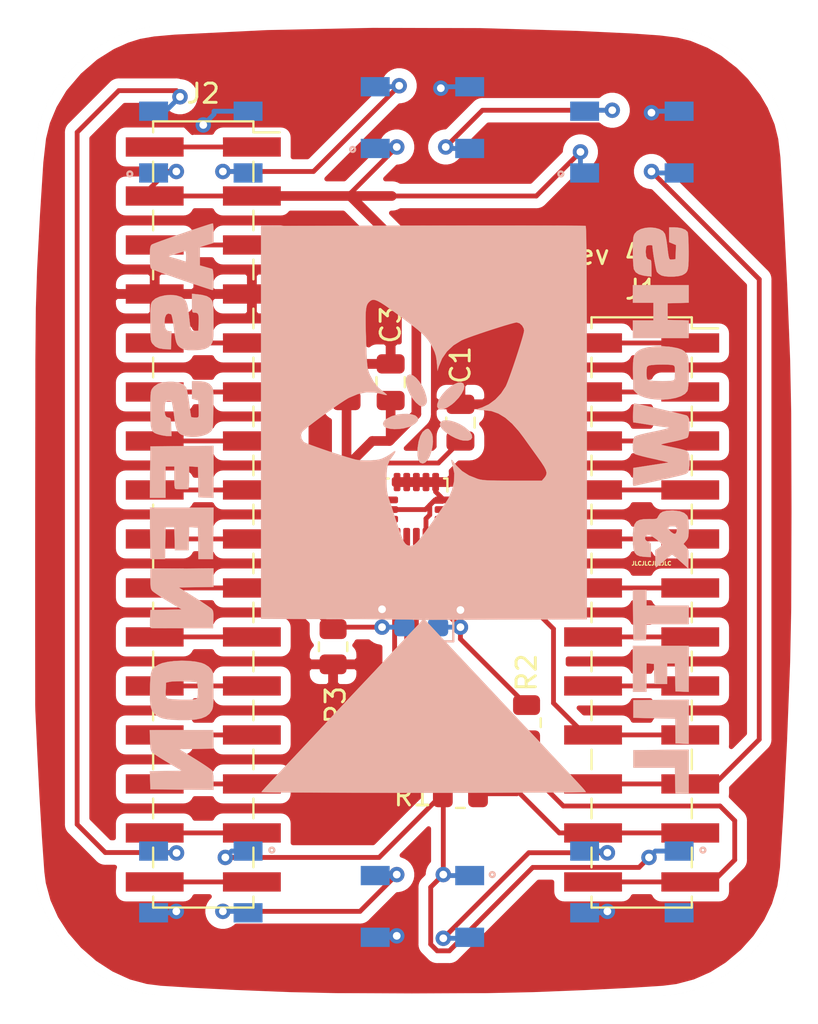
<source format=kicad_pcb>
(kicad_pcb (version 20171130) (host pcbnew "(5.1.9)-1")
  (layers (0 F.Cu signal) (31 B.Cu signal hide) (34 B.Paste user hide) (35 F.Paste user) (36 B.SilkS user hide) (37 F.SilkS user) (38 B.Mask user hide) (39 F.Mask user) (44 Edge.Cuts user))
  (net 0 "")
  (net 1 "Net-(J2-Pad31)")
  (net 2 "Net-(J2-Pad29)")
  (net 3 "Net-(J2-Pad27)")
  (net 4 "Net-(J2-Pad25)")
  (net 5 "Net-(J2-Pad23)")
  (net 6 "Net-(J2-Pad21)")
  (net 7 "Net-(J2-Pad19)")
  (net 8 "Net-(J2-Pad17)")
  (net 9 "Net-(J2-Pad15)")
  (net 10 "Net-(J2-Pad13)")
  (net 11 "Net-(J2-Pad11)")
  (net 12 "Net-(J2-Pad5)")
  (net 13 "Net-(J2-Pad1)")
  (net 14 "Net-(J1-Pad13)")
  (net 15 "Net-(J1-Pad11)")
  (net 16 "Net-(J1-Pad10)")
  (net 17 "Net-(J1-Pad7)")
  (net 18 "Net-(J1-Pad5)")
  (net 19 "Net-(J1-Pad3)")
  (net 20 "Net-(J1-Pad1)")
  (net 21 "Net-(D2-Pad2)")
  (net 22 "Net-(U1-Pad7)")
  (net 23 "Net-(D1-Pad4)")
  (net 24 SCL)
  (net 25 INT)
  (net 26 SDA)
  (net 27 3VDC)
  (net 28 REGOUT)
  (net 29 "Net-(D3-Pad2)")
  (net 30 "Net-(D4-Pad2)")
  (net 31 "Net-(D5-Pad2)")
  (net 32 "Net-(D6-Pad2)")
  (net 33 LEDs)
  (net 34 GND)
  (net 35 LIGHT)
  (net 36 "Net-(J1-Pad15)")
  (module Package_LGA:LGA-16_3x3mm_P0.5mm_LayoutBorder3x5y (layer F.Cu) (at 119.38 92.456 90)
    (fp_text reference U1 (at 0 -2.45 90) (layer F.SilkS))
    (fp_text value ICM-20602)
    (pad 16 smd roundrect (at -0.5 -1.425 90) (size 0.35 0.95) (layers F.Cu F.Paste F.Mask) (net 27 3VDC))
    (pad 15 smd roundrect (at 0 -1.425 90) (size 0.35 0.95) (layers F.Cu F.Paste F.Mask) (net 34 GND))
    (pad 14 smd roundrect (at 0.5 -1.425 90) (size 0.35 0.95) (layers F.Cu F.Paste F.Mask) (net 28 REGOUT))
    (pad 13 smd roundrect (at 1.425 -1 90) (size 0.95 0.35) (layers F.Cu F.Paste F.Mask) (net 34 GND))
    (pad 12 smd roundrect (at 1.425 -0.5 90) (size 0.95 0.35) (layers F.Cu F.Paste F.Mask) (net 34 GND))
    (pad 11 smd roundrect (at 1.425 0 90) (size 0.95 0.35) (layers F.Cu F.Paste F.Mask) (net 34 GND))
    (pad 10 smd roundrect (at 1.425 0.5 90) (size 0.95 0.35) (layers F.Cu F.Paste F.Mask) (net 34 GND))
    (pad 9 smd roundrect (at 1.425 1 90) (size 0.95 0.35) (layers F.Cu F.Paste F.Mask) (net 34 GND))
    (pad 8 smd roundrect (at 0.5 1.425 90) (size 0.35 0.95) (layers F.Cu F.Paste F.Mask) (net 34 GND))
    (pad 7 smd roundrect (at 0 1.425 90) (size 0.35 0.95) (layers F.Cu F.Paste F.Mask) (net 22 "Net-(U1-Pad7)"))
    (pad 6 smd roundrect (at -0.5 1.425 90) (size 0.35 0.95) (layers F.Cu F.Paste F.Mask) (net 25 INT))
    (pad 5 smd roundrect (at -1.425 1 90) (size 0.95 0.35) (layers F.Cu F.Paste F.Mask) (net 27 3VDC))
    (pad 4 smd roundrect (at -1.425 0.5 90) (size 0.95 0.35) (layers F.Cu F.Paste F.Mask) (net 34 GND))
    (pad 3 smd roundrect (at -1.425 0 90) (size 0.95 0.35) (layers F.Cu F.Paste F.Mask) (net 26 SDA))
    (pad 2 smd roundrect (at -1.425 -0.5 90) (size 0.95 0.35) (layers F.Cu F.Paste F.Mask) (net 24 SCL))
    (pad 1 smd roundrect (at -1.425 -1 90) (size 0.95 0.35) (layers F.Cu F.Paste F.Mask) (net 27 3VDC))
  )
  (module LED_SMD:LED_WS2812B_PLCC4_5.0x5.0mm_P3.2mm (layer B.Cu) (at 108.204 111.76 180)
    (fp_text reference D4)
    (fp_text value WS2812B)
    (pad 1 smd rect (at -2.45 1.6 180) (size 1.5 1) (layers B.Cu B.Paste B.Mask) (net 27 3VDC))
    (pad 2 smd rect (at -2.45 -1.6 180) (size 1.5 1) (layers B.Cu B.Paste B.Mask) (net 30 "Net-(D4-Pad2)"))
    (pad 4 smd rect (at 2.45 1.6 180) (size 1.5 1) (layers B.Cu B.Paste B.Mask) (net 29 "Net-(D3-Pad2)"))
    (pad 3 smd rect (at 2.45 -1.6 180) (size 1.5 1) (layers B.Cu B.Paste B.Mask) (net 34 GND))
  )
  (module LED_SMD:LED_WS2812B_PLCC4_5.0x5.0mm_P3.2mm (layer B.Cu) (at 119.696 113.03 180)
    (fp_text reference D5)
    (fp_text value WS2812B)
    (pad 3 smd rect (at 2.45 -1.6 180) (size 1.5 1) (layers B.Cu B.Paste B.Mask) (net 34 GND))
    (pad 4 smd rect (at 2.45 1.6 180) (size 1.5 1) (layers B.Cu B.Paste B.Mask) (net 30 "Net-(D4-Pad2)"))
    (pad 2 smd rect (at -2.45 -1.6 180) (size 1.5 1) (layers B.Cu B.Paste B.Mask) (net 31 "Net-(D5-Pad2)"))
    (pad 1 smd rect (at -2.45 1.6 180) (size 1.5 1) (layers B.Cu B.Paste B.Mask) (net 27 3VDC))
  )
  (module LED_SMD:LED_WS2812B_PLCC4_5.0x5.0mm_P3.2mm (layer B.Cu) (at 130.556 111.76 180)
    (fp_text reference D6)
    (fp_text value WS2812B)
    (pad 1 smd rect (at -2.45 1.6 180) (size 1.5 1) (layers B.Cu B.Paste B.Mask) (net 27 3VDC))
    (pad 2 smd rect (at -2.45 -1.6 180) (size 1.5 1) (layers B.Cu B.Paste B.Mask) (net 32 "Net-(D6-Pad2)"))
    (pad 4 smd rect (at 2.45 1.6 180) (size 1.5 1) (layers B.Cu B.Paste B.Mask) (net 31 "Net-(D5-Pad2)"))
    (pad 3 smd rect (at 2.45 -1.6 180) (size 1.5 1) (layers B.Cu B.Paste B.Mask) (net 34 GND))
  )
  (module LED_SMD:LED_WS2812B_PLCC4_5.0x5.0mm_P3.2mm (layer B.Cu) (at 108.204 73.406)
    (fp_text reference D3)
    (fp_text value WS2812B)
    (pad 1 smd rect (at -2.45 1.6) (size 1.5 1) (layers B.Cu B.Paste B.Mask) (net 27 3VDC))
    (pad 2 smd rect (at -2.45 -1.6) (size 1.5 1) (layers B.Cu B.Paste B.Mask) (net 29 "Net-(D3-Pad2)"))
    (pad 4 smd rect (at 2.45 1.6) (size 1.5 1) (layers B.Cu B.Paste B.Mask) (net 21 "Net-(D2-Pad2)"))
    (pad 3 smd rect (at 2.45 -1.6) (size 1.5 1) (layers B.Cu B.Paste B.Mask) (net 34 GND))
  )
  (module LED_SMD:LED_WS2812B_PLCC4_5.0x5.0mm_P3.2mm (layer B.Cu) (at 119.696 72.136)
    (fp_text reference D2)
    (fp_text value WS2812B)
    (pad 1 smd rect (at -2.45 1.6) (size 1.5 1) (layers B.Cu B.Paste B.Mask) (net 27 3VDC))
    (pad 2 smd rect (at -2.45 -1.6) (size 1.5 1) (layers B.Cu B.Paste B.Mask) (net 21 "Net-(D2-Pad2)"))
    (pad 4 smd rect (at 2.45 1.6) (size 1.5 1) (layers B.Cu B.Paste B.Mask) (net 23 "Net-(D1-Pad4)"))
    (pad 3 smd rect (at 2.45 -1.6) (size 1.5 1) (layers B.Cu B.Paste B.Mask) (net 34 GND))
  )
  (module LED_SMD:LED_SK6812_PLCC4_5.0x5.0mm_P3.2mm (layer B.Cu) (at 130.556 73.406)
    (fp_text reference D1)
    (fp_text value SK6812)
    (pad 3 smd rect (at -2.45 1.6) (size 1.5 1) (layers B.Cu B.Paste B.Mask) (net 27 3VDC))
    (pad 4 smd rect (at -2.45 -1.6) (size 1.5 1) (layers B.Cu B.Paste B.Mask) (net 23 "Net-(D1-Pad4)"))
    (pad 2 smd rect (at 2.45 1.6) (size 1.5 1) (layers B.Cu B.Paste B.Mask) (net 33 LEDs))
    (pad 1 smd rect (at 2.45 -1.6) (size 1.5 1) (layers B.Cu B.Paste B.Mask) (net 34 GND))
  )
  (module Diode_SMD:D_0603_1608Metric_Pad1.05x0.95mm_HandSolder (layer B.Cu) (at 119.634 98.552 180)
    (fp_text reference D7 (at 0 1.43) (layer B.SilkS) (effects (justify mirror)))
    (fp_text value D_Photo)
    (pad 2 smd roundrect (at 0.875 0 180) (size 1.05 0.95) (layers B.Cu B.Paste B.Mask) (net 35 LIGHT))
    (pad 1 smd roundrect (at -0.875 0 180) (size 1.05 0.95) (layers B.Cu B.Paste B.Mask) (net 27 3VDC))
  )
  (module Resistor_SMD:R_0805_2012Metric (layer F.Cu) (at 115.062 99.568 90)
    (fp_text reference R3 (at -3.0245 0.127 90) (layer F.SilkS))
    (fp_text value 10k)
    (pad 2 smd roundrect (at 0.9125 0 90) (size 1.025 1.4) (layers F.Cu F.Paste F.Mask) (roundrect_rratio 0.2439014634146341) (net 35 LIGHT))
    (pad 1 smd roundrect (at -0.9125 0 90) (size 1.025 1.4) (layers F.Cu F.Paste F.Mask) (roundrect_rratio 0.2439014634146341) (net 34 GND))
  )
  (module SnT-graphic:Snt-Image2 (layer B.Cu) (at 119.888 92.456 270)
    (fp_text reference G*** hide)
    (fp_text value LOGO hide)
  )
  (module Connector_PinSocket_2.54mm:PinSocket_2x12_P2.54mm_Vertical_SMD (layer F.Cu) (at 131.064 97.79)
    (fp_text reference J1 (at 0 -16.74) (layer F.SilkS))
    (fp_text value Conn_02x12_Row_Letter_Last)
    (pad 24 smd rect (at -2.52 13.97) (size 3 1) (layers F.Cu F.Paste F.Mask) (net 26 SDA))
    (pad 23 smd rect (at 2.52 13.97) (size 3 1) (layers F.Cu F.Paste F.Mask) (net 26 SDA))
    (pad 22 smd rect (at -2.52 11.43) (size 3 1) (layers F.Cu F.Paste F.Mask) (net 24 SCL))
    (pad 21 smd rect (at 2.52 11.43) (size 3 1) (layers F.Cu F.Paste F.Mask) (net 24 SCL))
    (pad 20 smd rect (at -2.52 8.89) (size 3 1) (layers F.Cu F.Paste F.Mask) (net 33 LEDs))
    (pad 19 smd rect (at 2.52 8.89) (size 3 1) (layers F.Cu F.Paste F.Mask) (net 33 LEDs))
    (pad 18 smd rect (at -2.52 6.35) (size 3 1) (layers F.Cu F.Paste F.Mask) (net 25 INT))
    (pad 17 smd rect (at 2.52 6.35) (size 3 1) (layers F.Cu F.Paste F.Mask) (net 25 INT))
    (pad 16 smd rect (at -2.52 3.81) (size 3 1) (layers F.Cu F.Paste F.Mask) (net 36 "Net-(J1-Pad15)"))
    (pad 15 smd rect (at 2.52 3.81) (size 3 1) (layers F.Cu F.Paste F.Mask) (net 36 "Net-(J1-Pad15)"))
    (pad 14 smd rect (at -2.52 1.27) (size 3 1) (layers F.Cu F.Paste F.Mask) (net 14 "Net-(J1-Pad13)"))
    (pad 13 smd rect (at 2.52 1.27) (size 3 1) (layers F.Cu F.Paste F.Mask) (net 14 "Net-(J1-Pad13)"))
    (pad 12 smd rect (at -2.52 -1.27) (size 3 1) (layers F.Cu F.Paste F.Mask) (net 15 "Net-(J1-Pad11)"))
    (pad 11 smd rect (at 2.52 -1.27) (size 3 1) (layers F.Cu F.Paste F.Mask) (net 15 "Net-(J1-Pad11)"))
    (pad 10 smd rect (at -2.52 -3.81) (size 3 1) (layers F.Cu F.Paste F.Mask) (net 16 "Net-(J1-Pad10)"))
    (pad 9 smd rect (at 2.52 -3.81) (size 3 1) (layers F.Cu F.Paste F.Mask) (net 16 "Net-(J1-Pad10)"))
    (pad 8 smd rect (at -2.52 -6.35) (size 3 1) (layers F.Cu F.Paste F.Mask) (net 17 "Net-(J1-Pad7)"))
    (pad 7 smd rect (at 2.52 -6.35) (size 3 1) (layers F.Cu F.Paste F.Mask) (net 17 "Net-(J1-Pad7)"))
    (pad 6 smd rect (at -2.52 -8.89) (size 3 1) (layers F.Cu F.Paste F.Mask) (net 18 "Net-(J1-Pad5)"))
    (pad 5 smd rect (at 2.52 -8.89) (size 3 1) (layers F.Cu F.Paste F.Mask) (net 18 "Net-(J1-Pad5)"))
    (pad 4 smd rect (at -2.52 -11.43) (size 3 1) (layers F.Cu F.Paste F.Mask) (net 19 "Net-(J1-Pad3)"))
    (pad 3 smd rect (at 2.52 -11.43) (size 3 1) (layers F.Cu F.Paste F.Mask) (net 19 "Net-(J1-Pad3)"))
    (pad 2 smd rect (at -2.52 -13.97) (size 3 1) (layers F.Cu F.Paste F.Mask) (net 20 "Net-(J1-Pad1)"))
    (pad 1 smd rect (at 2.52 -13.97) (size 3 1) (layers F.Cu F.Paste F.Mask) (net 20 "Net-(J1-Pad1)"))
  )
  (module Connector_PinSocket_2.54mm:PinSocket_2x16_P2.54mm_Vertical_SMD (layer F.Cu) (at 108.331 92.71)
    (fp_text reference J2 (at 0 -21.82) (layer F.SilkS))
    (fp_text value Conn_02x16_Row_Letter_Last)
    (pad 32 smd rect (at -2.52 19.05) (size 3 1) (layers F.Cu F.Paste F.Mask) (net 1 "Net-(J2-Pad31)"))
    (pad 31 smd rect (at 2.52 19.05) (size 3 1) (layers F.Cu F.Paste F.Mask) (net 1 "Net-(J2-Pad31)"))
    (pad 30 smd rect (at -2.52 16.51) (size 3 1) (layers F.Cu F.Paste F.Mask) (net 2 "Net-(J2-Pad29)"))
    (pad 29 smd rect (at 2.52 16.51) (size 3 1) (layers F.Cu F.Paste F.Mask) (net 2 "Net-(J2-Pad29)"))
    (pad 28 smd rect (at -2.52 13.97) (size 3 1) (layers F.Cu F.Paste F.Mask) (net 3 "Net-(J2-Pad27)"))
    (pad 27 smd rect (at 2.52 13.97) (size 3 1) (layers F.Cu F.Paste F.Mask) (net 3 "Net-(J2-Pad27)"))
    (pad 26 smd rect (at -2.52 11.43) (size 3 1) (layers F.Cu F.Paste F.Mask) (net 4 "Net-(J2-Pad25)"))
    (pad 25 smd rect (at 2.52 11.43) (size 3 1) (layers F.Cu F.Paste F.Mask) (net 4 "Net-(J2-Pad25)"))
    (pad 24 smd rect (at -2.52 8.89) (size 3 1) (layers F.Cu F.Paste F.Mask) (net 5 "Net-(J2-Pad23)"))
    (pad 23 smd rect (at 2.52 8.89) (size 3 1) (layers F.Cu F.Paste F.Mask) (net 5 "Net-(J2-Pad23)"))
    (pad 22 smd rect (at -2.52 6.35) (size 3 1) (layers F.Cu F.Paste F.Mask) (net 6 "Net-(J2-Pad21)"))
    (pad 21 smd rect (at 2.52 6.35) (size 3 1) (layers F.Cu F.Paste F.Mask) (net 6 "Net-(J2-Pad21)"))
    (pad 20 smd rect (at -2.52 3.81) (size 3 1) (layers F.Cu F.Paste F.Mask) (net 7 "Net-(J2-Pad19)"))
    (pad 19 smd rect (at 2.52 3.81) (size 3 1) (layers F.Cu F.Paste F.Mask) (net 7 "Net-(J2-Pad19)"))
    (pad 18 smd rect (at -2.52 1.27) (size 3 1) (layers F.Cu F.Paste F.Mask) (net 8 "Net-(J2-Pad17)"))
    (pad 17 smd rect (at 2.52 1.27) (size 3 1) (layers F.Cu F.Paste F.Mask) (net 8 "Net-(J2-Pad17)"))
    (pad 16 smd rect (at -2.52 -1.27) (size 3 1) (layers F.Cu F.Paste F.Mask) (net 9 "Net-(J2-Pad15)"))
    (pad 15 smd rect (at 2.52 -1.27) (size 3 1) (layers F.Cu F.Paste F.Mask) (net 9 "Net-(J2-Pad15)"))
    (pad 14 smd rect (at -2.52 -3.81) (size 3 1) (layers F.Cu F.Paste F.Mask) (net 10 "Net-(J2-Pad13)"))
    (pad 13 smd rect (at 2.52 -3.81) (size 3 1) (layers F.Cu F.Paste F.Mask) (net 10 "Net-(J2-Pad13)"))
    (pad 12 smd rect (at -2.52 -6.35) (size 3 1) (layers F.Cu F.Paste F.Mask) (net 11 "Net-(J2-Pad11)"))
    (pad 11 smd rect (at 2.52 -6.35) (size 3 1) (layers F.Cu F.Paste F.Mask) (net 11 "Net-(J2-Pad11)"))
    (pad 10 smd rect (at -2.52 -8.89) (size 3 1) (layers F.Cu F.Paste F.Mask) (net 35 LIGHT))
    (pad 9 smd rect (at 2.52 -8.89) (size 3 1) (layers F.Cu F.Paste F.Mask) (net 35 LIGHT))
    (pad 8 smd rect (at -2.52 -11.43) (size 3 1) (layers F.Cu F.Paste F.Mask) (net 34 GND))
    (pad 7 smd rect (at 2.52 -11.43) (size 3 1) (layers F.Cu F.Paste F.Mask) (net 34 GND))
    (pad 6 smd rect (at -2.52 -13.97) (size 3 1) (layers F.Cu F.Paste F.Mask) (net 12 "Net-(J2-Pad5)"))
    (pad 5 smd rect (at 2.52 -13.97) (size 3 1) (layers F.Cu F.Paste F.Mask) (net 12 "Net-(J2-Pad5)"))
    (pad 4 smd rect (at -2.52 -16.51) (size 3 1) (layers F.Cu F.Paste F.Mask) (net 27 3VDC))
    (pad 3 smd rect (at 2.52 -16.51) (size 3 1) (layers F.Cu F.Paste F.Mask) (net 27 3VDC))
    (pad 2 smd rect (at -2.52 -19.05) (size 3 1) (layers F.Cu F.Paste F.Mask) (net 13 "Net-(J2-Pad1)"))
    (pad 1 smd rect (at 2.52 -19.05) (size 3 1) (layers F.Cu F.Paste F.Mask) (net 13 "Net-(J2-Pad1)"))
  )
  (module Capacitor_SMD:C_0805_2012Metric (layer F.Cu) (at 121.666 87.95 90)
    (fp_text reference C1 (at 2.987 0 90) (layer F.SilkS))
    (fp_text value 0.1uF)
    (pad 2 smd roundrect (at 0.95 0 90) (size 1 1.45) (layers F.Cu F.Paste F.Mask) (net 34 GND))
    (pad 1 smd roundrect (at -0.95 0 90) (size 1 1.45) (layers F.Cu F.Paste F.Mask) (net 28 REGOUT))
  )
  (module Resistor_SMD:R_0805_2012Metric (layer F.Cu) (at 125.095 103.505 90)
    (fp_text reference R2 (at 2.602 0 90) (layer F.SilkS))
    (fp_text value 10k)
    (pad 2 smd roundrect (at 0.9125 0 90) (size 1.025 1.4) (layers F.Cu F.Paste F.Mask) (roundrect_rratio 0.2439014634146341) (net 27 3VDC))
    (pad 1 smd roundrect (at -0.9125 0 90) (size 1.025 1.4) (layers F.Cu F.Paste F.Mask) (roundrect_rratio 0.2439014634146341) (net 26 SDA))
  )
  (module Capacitor_SMD:C_0805_2012Metric (layer F.Cu) (at 115.57 95.758 180)
    (fp_text reference C4 (at 0.762 1.651) (layer F.SilkS))
    (fp_text value 10nF)
    (pad 2 smd roundrect (at 0.95 0 180) (size 1 1.45) (layers F.Cu F.Paste F.Mask) (net 34 GND))
    (pad 1 smd roundrect (at -0.95 0 180) (size 1 1.45) (layers F.Cu F.Paste F.Mask) (net 27 3VDC))
  )
  (module Capacitor_SMD:C_0805_2012Metric (layer F.Cu) (at 118.0465 85.8545 90)
    (fp_text reference C3 (at 2.987 0 90) (layer F.SilkS))
    (fp_text value 2.2uF)
    (pad 2 smd roundrect (at 0.95 0 90) (size 1 1.45) (layers F.Cu F.Paste F.Mask) (net 34 GND))
    (pad 1 smd roundrect (at -0.95 0 90) (size 1 1.45) (layers F.Cu F.Paste F.Mask) (net 27 3VDC))
  )
  (module Capacitor_SMD:C_0805_2012Metric (layer F.Cu) (at 115.7605 85.8545 90)
    (fp_text reference C2 (at 2.987 0 90) (layer F.SilkS))
    (fp_text value 0.1uF)
    (pad 2 smd roundrect (at 0.95 0 90) (size 1 1.45) (layers F.Cu F.Paste F.Mask) (net 34 GND))
    (pad 1 smd roundrect (at -0.95 0 90) (size 1 1.45) (layers F.Cu F.Paste F.Mask) (net 27 3VDC))
  )
  (module Resistor_SMD:R_0805_2012Metric (layer F.Cu) (at 121.666 107.188 180)
    (fp_text reference R1 (at 2.475 -0.127) (layer F.SilkS))
    (fp_text value 10k)
    (pad 2 smd roundrect (at 0.9125 0 180) (size 1.025 1.4) (layers F.Cu F.Paste F.Mask) (roundrect_rratio 0.2439014634146341) (net 27 3VDC))
    (pad 1 smd roundrect (at -0.9125 0 180) (size 1.025 1.4) (layers F.Cu F.Paste F.Mask) (roundrect_rratio 0.2439014634146341) (net 24 SCL))
  )
  (gr_text "SnT Badge Rev 4" (at 124.587 79.248) (layer F.SilkS) (effects (font (size 1 1))))
  (gr_text "JLCJLCJLCJLC\n" (at 131.572 95.25) (layer F.SilkS) (effects (font (size 0.2 0.2) (thickness 0.05))))
  (gr_circle (center 126.873 75.057) (end 126.873 75.184) (layer B.SilkS) (width 0.12))
  (gr_circle (center 116.078 73.787) (end 116.078 73.914) (layer B.SilkS) (width 0.12))
  (gr_circle (center 104.521 75.057) (end 104.521 75.184) (layer B.SilkS) (width 0.12))
  (gr_circle (center 111.887 110.109) (end 111.887 110.236) (layer B.SilkS) (width 0.12))
  (gr_circle (center 123.317 111.379) (end 123.317 111.506) (layer B.SilkS) (width 0.12))
  (gr_circle (center 134.239 110.109) (end 134.239 110.236) (layer B.SilkS) (width 0.12))
  (gr_line (start 139.271112 84.671422) (end 139.121809 80.880562) (layer Edge.Cuts) (width 0.000616))
  (gr_line (start 139.341956 92.51743) (end 139.327632 87.458637) (layer Edge.Cuts) (width 0.000616))
  (gr_line (start 123.069123 118.033074) (end 125.468327 117.981034) (layer Edge.Cuts) (width 0.000616))
  (gr_line (start 128.259701 117.87014) (end 130.488728 117.758376) (layer Edge.Cuts) (width 0.000616))
  (gr_line (start 99.125867 103.147989) (end 99.152432 103.731857) (layer Edge.Cuts) (width 0.000616))
  (gr_line (start 99.114733 102.903172) (end 99.125867 103.147989) (layer Edge.Cuts) (width 0.000616))
  (gr_arc (start 105.805944 110.771157) (end 99.663074 111.909429) (angle -9.269295714) (layer Edge.Cuts) (width 0.000616))
  (gr_line (start 99.218267 105.178672) (end 99.327634 107.347498) (layer Edge.Cuts) (width 0.000616))
  (gr_line (start 125.468327 117.981034) (end 128.259701 117.87014) (layer Edge.Cuts) (width 0.000616))
  (gr_arc (start 132.134202 110.665699) (end 137.863516 113.976644) (angle -17.67089883) (layer Edge.Cuts) (width 0.000616))
  (gr_line (start 119.141327 118.047216) (end 123.069123 118.033074) (layer Edge.Cuts) (width 0.000616))
  (gr_line (start 115.213532 118.033074) (end 119.141327 118.047216) (layer Edge.Cuts) (width 0.000616))
  (gr_arc (start 131.880949 110.610239) (end 138.598218 112.081292) (angle -8.511383554) (layer Edge.Cuts) (width 0.000616))
  (gr_arc (start 131.577679 74.329644) (end 135.470809 68.505628) (angle -15.71424902) (layer Edge.Cuts) (width 0.000616))
  (gr_arc (start 131.12239 75.01074) (end 136.957735 69.797873) (angle -14.46353656) (layer Edge.Cuts) (width 0.000616))
  (gr_arc (start 130.004095 74.686776) (end 138.765823 74.154819) (angle -6.589719064) (layer Edge.Cuts) (width 0.000616))
  (gr_line (start 138.945033 77.27412) (end 138.765823 74.154819) (layer Edge.Cuts) (width 0.000616))
  (gr_line (start 130.488728 117.758376) (end 132.200417 117.649634) (layer Edge.Cuts) (width 0.000616))
  (gr_line (start 138.741961 111.070895) (end 138.927085 108.101019) (layer Edge.Cuts) (width 0.000616))
  (gr_line (start 99.327634 107.347498) (end 99.45554 109.454119) (layer Edge.Cuts) (width 0.000616))
  (gr_line (start 139.121809 80.880562) (end 138.945033 77.27412) (layer Edge.Cuts) (width 0.000616))
  (gr_line (start 139.327632 87.458637) (end 139.271112 84.671422) (layer Edge.Cuts) (width 0.000616))
  (gr_line (start 106.078703 117.648711) (end 107.780402 117.757643) (layer Edge.Cuts) (width 0.000616))
  (gr_arc (start 106.598575 110.427999) (end 100.347671 113.823547) (angle -8.512985624) (layer Edge.Cuts) (width 0.000616))
  (gr_arc (start 131.216423 110.135315) (end 136.565711 115.642109) (angle -15.8077704) (layer Edge.Cuts) (width 0.000616))
  (gr_arc (start 106.79495 110.620946) (end 103.373265 116.84723) (angle -8.534956782) (layer Edge.Cuts) (width 0.000616))
  (gr_arc (start 106.281381 110.600299) (end 99.926633 112.884028) (angle -8.744132601) (layer Edge.Cuts) (width 0.000616))
  (gr_line (start 139.271512 100.377922) (end 139.327846 97.576828) (layer Edge.Cuts) (width 0.000616))
  (gr_line (start 110.006856 117.869521) (end 112.814327 117.981034) (layer Edge.Cuts) (width 0.000616))
  (gr_line (start 139.110023 104.492539) (end 139.271512 100.377922) (layer Edge.Cuts) (width 0.000616))
  (gr_line (start 107.780402 117.757643) (end 110.006856 117.869521) (layer Edge.Cuts) (width 0.000616))
  (gr_arc (start 131.81039 111.211388) (end 132.964772 117.553598) (angle -17.9957391) (layer Edge.Cuts) (width 0.000616))
  (gr_arc (start 131.248495 110.16833) (end 134.867701 116.886692) (angle -15.85726617) (layer Edge.Cuts) (width 0.000616))
  (gr_line (start 112.814327 117.981034) (end 115.213532 118.033074) (layer Edge.Cuts) (width 0.000616))
  (gr_arc (start 106.581948 110.538837) (end 105.304512 117.551092) (angle -6.275756534) (layer Edge.Cuts) (width 0.000616))
  (gr_arc (start 106.344754 111.840854) (end 104.335219 117.286099) (angle -9.931845552) (layer Edge.Cuts) (width 0.000616))
  (gr_arc (start 131.711314 110.667028) (end 132.200417 117.649634) (angle -6.308963043) (layer Edge.Cuts) (width 0.000616))
  (gr_arc (start 107.00495 110.238811) (end 102.458814 116.254872) (angle -8.285941227) (layer Edge.Cuts) (width 0.000616))
  (gr_line (start 99.184092 104.427655) (end 99.218267 105.178672) (layer Edge.Cuts) (width 0.000616))
  (gr_line (start 99.45554 109.454119) (end 99.583249 111.289608) (layer Edge.Cuts) (width 0.000616))
  (gr_arc (start 107.159268 110.034596) (end 101.631077 115.532342) (angle -8.081083768) (layer Edge.Cuts) (width 0.000616))
  (gr_arc (start 132.513079 74.241485) (end 138.64689 73.152847) (angle -17.05382644) (layer Edge.Cuts) (width 0.000616))
  (gr_arc (start 105.237889 110.876416) (end 99.583249 111.289608) (angle -6.31858143) (layer Edge.Cuts) (width 0.000616))
  (gr_line (start 139.327846 97.576828) (end 139.341956 92.51743) (layer Edge.Cuts) (width 0.000616))
  (gr_arc (start 107.281956 109.912587) (end 100.919197 114.711479) (angle -7.817611263) (layer Edge.Cuts) (width 0.000616))
  (gr_arc (start 131.272075 74.877027) (end 138.05792 71.401852) (angle -14.6573287) (layer Edge.Cuts) (width 0.000616))
  (gr_line (start 138.927085 108.101019) (end 139.110023 104.492539) (layer Edge.Cuts) (width 0.000616))
  (gr_line (start 99.152432 103.731857) (end 99.184092 104.427655) (layer Edge.Cuts) (width 0.000616))
  (gr_line (start 99.205316 79.983259) (end 99.140705 82.001574) (layer Edge.Cuts) (width 0.000616))
  (gr_arc (start 106.765544 74.609587) (end 100.272962 71.351422) (angle -7.734742451) (layer Edge.Cuts) (width 0.000616))
  (gr_arc (start 106.531749 74.088817) (end 103.518077 68.104653) (angle -9.754784847) (layer Edge.Cuts) (width 0.000616))
  (gr_line (start 99.355007 77.151172) (end 99.205316 79.983259) (layer Edge.Cuts) (width 0.000616))
  (gr_arc (start 107.305212 75.137273) (end 101.644831 69.479776) (angle -8.534956782) (layer Edge.Cuts) (width 0.000616))
  (gr_arc (start 114.178846 75.424987) (end 99.676187 73.129579) (angle -5.003876476) (layer Edge.Cuts) (width 0.000616))
  (gr_arc (start 107.501834 76.01508) (end 104.263172 67.771523) (angle -5.281735604) (layer Edge.Cuts) (width 0.000616))
  (gr_arc (start 106.44506 73.926649) (end 105.710446 67.425707) (angle -6.879843358) (layer Edge.Cuts) (width 0.000616))
  (gr_line (start 132.05258 67.370783) (end 130.552267 67.266021) (layer Edge.Cuts) (width 0.000616))
  (gr_line (start 127.743827 67.133656) (end 122.66808 66.988106) (layer Edge.Cuts) (width 0.000616))
  (gr_arc (start 107.312566 75.144617) (end 102.547742 68.701785) (angle -8.529692873) (layer Edge.Cuts) (width 0.000616))
  (gr_line (start 99.104814 99.523049) (end 99.107666 102.599063) (layer Edge.Cuts) (width 0.000616))
  (gr_line (start 99.105769 91.941922) (end 99.103709 96.02274) (layer Edge.Cuts) (width 0.000616))
  (gr_arc (start 104.824191 73.944377) (end 99.893526 72.254884) (angle -9.920179124) (layer Edge.Cuts) (width 0.000616))
  (gr_line (start 99.115765 84.658714) (end 99.105769 91.941922) (layer Edge.Cuts) (width 0.000616))
  (gr_line (start 122.66808 66.988106) (end 117.116185 66.976063) (layer Edge.Cuts) (width 0.000616))
  (gr_line (start 106.792577 67.328963) (end 105.710446 67.425707) (layer Edge.Cuts) (width 0.000616))
  (gr_line (start 130.552267 67.266021) (end 127.743827 67.133656) (layer Edge.Cuts) (width 0.000616))
  (gr_line (start 99.140705 82.001574) (end 99.115765 84.658714) (layer Edge.Cuts) (width 0.000616))
  (gr_arc (start 106.220423 74.336029) (end 100.867872 70.382503) (angle -9.801681913) (layer Edge.Cuts) (width 0.000616))
  (gr_line (start 99.103709 96.02274) (end 99.104814 99.523049) (layer Edge.Cuts) (width 0.000616))
  (gr_line (start 111.63831 67.090607) (end 106.792577 67.328963) (layer Edge.Cuts) (width 0.000616))
  (gr_line (start 99.531246 74.403295) (end 99.355007 77.151172) (layer Edge.Cuts) (width 0.000616))
  (gr_line (start 117.116185 66.976063) (end 111.63831 67.090607) (layer Edge.Cuts) (width 0.000616))
  (gr_arc (start 106.086244 72.411901) (end 104.937004 67.560515) (angle -8.121369617) (layer Edge.Cuts) (width 0.000616))
  (gr_line (start 99.107666 102.599063) (end 99.114733 102.903172) (layer Edge.Cuts) (width 0.000616))
  (gr_arc (start 132.238292 72.302157) (end 133.747925 67.668889) (angle -8.832924952) (layer Edge.Cuts) (width 0.000616))
  (gr_line (start 133.018566 67.492028) (end 132.05258 67.370783) (layer Edge.Cuts) (width 0.000616))
  (segment (start 105.176 111.76) (end 110.216 111.76) (width 0.25) (layer F.Cu) (net 1))
  (segment (start 110.216 109.22) (end 105.176 109.22) (width 0.25) (layer F.Cu) (net 2))
  (segment (start 105.176 106.68) (end 110.216 106.68) (width 0.25) (layer F.Cu) (net 3))
  (segment (start 105.176 104.14) (end 110.216 104.14) (width 0.25) (layer F.Cu) (net 4))
  (segment (start 105.176 101.6) (end 110.216 101.6) (width 0.25) (layer F.Cu) (net 5))
  (segment (start 105.176 99.06) (end 110.216 99.06) (width 0.25) (layer F.Cu) (net 6))
  (segment (start 110.216 96.52) (end 105.176 96.52) (width 0.25) (layer F.Cu) (net 7))
  (segment (start 105.176 93.98) (end 110.216 93.98) (width 0.25) (layer F.Cu) (net 8))
  (segment (start 105.176 91.44) (end 110.216 91.44) (width 0.25) (layer F.Cu) (net 9))
  (segment (start 105.176 88.9) (end 110.216 88.9) (width 0.25) (layer F.Cu) (net 10))
  (segment (start 105.176 86.36) (end 110.216 86.36) (width 0.25) (layer F.Cu) (net 11))
  (segment (start 105.176 78.74) (end 110.216 78.74) (width 0.25) (layer F.Cu) (net 12))
  (segment (start 105.176 73.66) (end 110.216 73.66) (width 0.25) (layer F.Cu) (net 13))
  (segment (start 134.072 99.06) (end 129.032 99.06) (width 0.25) (layer F.Cu) (net 14))
  (segment (start 129.032 96.52) (end 134.072 96.52) (width 0.25) (layer F.Cu) (net 15))
  (segment (start 134.072 93.98) (end 129.032 93.98) (width 0.25) (layer F.Cu) (net 16))
  (segment (start 129.032 91.44) (end 134.072 91.44) (width 0.25) (layer F.Cu) (net 17))
  (segment (start 134.072 88.9) (end 129.032 88.9) (width 0.25) (layer F.Cu) (net 18))
  (segment (start 129.032 86.36) (end 134.072 86.36) (width 0.25) (layer F.Cu) (net 19))
  (segment (start 134.072 83.82) (end 129.032 83.82) (width 0.25) (layer F.Cu) (net 20))
  (via (at 118.491 70.485) (size 0.8) (drill 0.4) (layers F.Cu B.Cu) (net 21))
  (segment (start 118.44 70.536) (end 118.491 70.485) (width 0.25) (layer B.Cu) (net 21))
  (segment (start 117.246 70.536) (end 118.44 70.536) (width 0.25) (layer B.Cu) (net 21))
  (via (at 109.347 74.93) (size 0.8) (drill 0.4) (layers F.Cu B.Cu) (net 21))
  (segment (start 114.046 74.93) (end 109.347 74.93) (width 0.25) (layer F.Cu) (net 21))
  (segment (start 118.491 70.485) (end 114.046 74.93) (width 0.25) (layer F.Cu) (net 21))
  (segment (start 110.578 74.93) (end 110.654 75.006) (width 0.25) (layer B.Cu) (net 21))
  (segment (start 109.347 74.93) (end 110.578 74.93) (width 0.25) (layer B.Cu) (net 21))
  (via (at 120.904 73.66) (size 0.8) (drill 0.4) (layers F.Cu B.Cu) (net 23))
  (segment (start 120.98 73.736) (end 120.904 73.66) (width 0.25) (layer B.Cu) (net 23))
  (segment (start 122.146 73.736) (end 120.98 73.736) (width 0.25) (layer B.Cu) (net 23))
  (via (at 129.54 71.755) (size 0.8) (drill 0.4) (layers F.Cu B.Cu) (net 23))
  (segment (start 122.809 71.755) (end 129.54 71.755) (width 0.25) (layer F.Cu) (net 23))
  (segment (start 120.904 73.66) (end 122.809 71.755) (width 0.25) (layer F.Cu) (net 23))
  (segment (start 128.157 71.755) (end 128.106 71.806) (width 0.25) (layer B.Cu) (net 23))
  (segment (start 129.54 71.755) (end 128.157 71.755) (width 0.25) (layer B.Cu) (net 23))
  (segment (start 134.072 109.22) (end 129.032 109.22) (width 0.25) (layer F.Cu) (net 24))
  (segment (start 118.88 101.306) (end 118.88 93.881) (width 0.25) (layer F.Cu) (net 24))
  (segment (start 128.544 109.22) (end 126.794 109.22) (width 0.25) (layer F.Cu) (net 24))
  (segment (start 124.587 107.188) (end 124.6745 107.1005) (width 0.25) (layer F.Cu) (net 24))
  (segment (start 122.5785 107.188) (end 124.587 107.188) (width 0.25) (layer F.Cu) (net 24))
  (segment (start 124.6745 107.1005) (end 118.88 101.306) (width 0.25) (layer F.Cu) (net 24))
  (segment (start 126.794 109.22) (end 124.6745 107.1005) (width 0.25) (layer F.Cu) (net 24))
  (segment (start 129.814 104.14) (end 134.854 104.14) (width 0.25) (layer F.Cu) (net 25))
  (segment (start 128.544 104.14) (end 128.143 104.14) (width 0.25) (layer F.Cu) (net 25))
  (segment (start 128.143 104.14) (end 126.492 102.489) (width 0.25) (layer F.Cu) (net 25))
  (segment (start 126.492 98.643) (end 120.805 92.956) (width 0.25) (layer F.Cu) (net 25))
  (segment (start 126.492 102.489) (end 126.492 98.643) (width 0.25) (layer F.Cu) (net 25))
  (segment (start 128.544 111.76) (end 133.584 111.76) (width 0.25) (layer F.Cu) (net 26))
  (segment (start 133.584 111.76) (end 134.747 111.76) (width 0.25) (layer F.Cu) (net 26))
  (segment (start 134.747 111.76) (end 135.89 110.617) (width 0.25) (layer F.Cu) (net 26))
  (segment (start 135.89 110.617) (end 135.89 108.585) (width 0.25) (layer F.Cu) (net 26))
  (segment (start 135.89 108.585) (end 135.128 107.823) (width 0.25) (layer F.Cu) (net 26))
  (segment (start 135.128 107.823) (end 127 107.823) (width 0.25) (layer F.Cu) (net 26))
  (segment (start 119.38 93.881) (end 119.38 100.203) (width 0.25) (layer F.Cu) (net 26))
  (segment (start 125.095 105.918) (end 125.222 106.045) (width 0.25) (layer F.Cu) (net 26))
  (segment (start 125.095 104.4175) (end 125.095 105.918) (width 0.25) (layer F.Cu) (net 26))
  (segment (start 125.222 106.045) (end 127 107.823) (width 0.25) (layer F.Cu) (net 26))
  (segment (start 119.38 100.203) (end 125.222 106.045) (width 0.25) (layer F.Cu) (net 26))
  (segment (start 105.176 76.2) (end 110.216 76.2) (width 0.25) (layer F.Cu) (net 27))
  (segment (start 110.216 76.2) (end 110.486002 76.2) (width 0.5) (layer F.Cu) (net 27))
  (via (at 106.934 74.93) (size 0.8) (drill 0.4) (layers F.Cu B.Cu) (net 27))
  (segment (start 106.858 75.006) (end 106.934 74.93) (width 0.25) (layer B.Cu) (net 27))
  (segment (start 105.754 75.006) (end 106.858 75.006) (width 0.25) (layer B.Cu) (net 27))
  (via (at 118.364 73.66) (size 0.8) (drill 0.4) (layers F.Cu B.Cu) (net 27))
  (segment (start 118.288 73.736) (end 118.364 73.66) (width 0.25) (layer B.Cu) (net 27))
  (segment (start 117.246 73.736) (end 118.288 73.736) (width 0.25) (layer B.Cu) (net 27))
  (via (at 127.889 73.914) (size 0.8) (drill 0.4) (layers F.Cu B.Cu) (net 27))
  (via (at 109.474 110.49) (size 0.8) (drill 0.4) (layers F.Cu B.Cu) (net 27))
  (segment (start 109.804 110.16) (end 109.474 110.49) (width 0.25) (layer B.Cu) (net 27))
  (segment (start 110.654 110.16) (end 109.804 110.16) (width 0.25) (layer B.Cu) (net 27))
  (segment (start 106.446 74.93) (end 105.176 76.2) (width 0.25) (layer F.Cu) (net 27))
  (segment (start 106.934 74.93) (end 106.446 74.93) (width 0.25) (layer F.Cu) (net 27))
  (segment (start 127.889 74.789) (end 128.106 75.006) (width 0.25) (layer B.Cu) (net 27))
  (segment (start 127.889 73.914) (end 127.889 74.789) (width 0.25) (layer B.Cu) (net 27))
  (via (at 131.445 110.49) (size 0.8) (drill 0.4) (layers F.Cu B.Cu) (net 27))
  (segment (start 131.775 110.16) (end 131.445 110.49) (width 0.25) (layer B.Cu) (net 27))
  (segment (start 133.006 110.16) (end 131.775 110.16) (width 0.25) (layer B.Cu) (net 27))
  (via (at 120.777 111.379) (size 0.8) (drill 0.4) (layers F.Cu B.Cu) (net 27))
  (segment (start 120.828 111.43) (end 120.777 111.379) (width 0.25) (layer B.Cu) (net 27))
  (segment (start 122.146 111.43) (end 120.828 111.43) (width 0.25) (layer B.Cu) (net 27))
  (via (at 106.944329 110.256658) (size 0.8) (drill 0.4) (layers F.Cu B.Cu) (net 29))
  (segment (start 105.850658 110.256658) (end 105.754 110.16) (width 0.25) (layer B.Cu) (net 29))
  (segment (start 106.944329 110.256658) (end 105.850658 110.256658) (width 0.25) (layer B.Cu) (net 29))
  (via (at 118.364 111.379) (size 0.8) (drill 0.4) (layers F.Cu B.Cu) (net 30))
  (segment (start 118.313 111.43) (end 118.364 111.379) (width 0.25) (layer B.Cu) (net 30))
  (segment (start 117.246 111.43) (end 118.313 111.43) (width 0.25) (layer B.Cu) (net 30))
  (via (at 109.347 113.284) (size 0.8) (drill 0.4) (layers F.Cu B.Cu) (net 30))
  (segment (start 116.459 113.284) (end 109.347 113.284) (width 0.25) (layer F.Cu) (net 30))
  (segment (start 118.364 111.379) (end 116.459 113.284) (width 0.25) (layer F.Cu) (net 30))
  (segment (start 110.578 113.284) (end 110.654 113.36) (width 0.25) (layer B.Cu) (net 30))
  (segment (start 109.347 113.284) (end 110.578 113.284) (width 0.25) (layer B.Cu) (net 30))
  (via (at 129.286 110.247002) (size 0.8) (drill 0.4) (layers F.Cu B.Cu) (net 31))
  (segment (start 129.198998 110.16) (end 129.286 110.247002) (width 0.25) (layer B.Cu) (net 31))
  (segment (start 128.106 110.16) (end 129.198998 110.16) (width 0.25) (layer B.Cu) (net 31))
  (via (at 120.777 114.681) (size 0.8) (drill 0.4) (layers F.Cu B.Cu) (net 31))
  (segment (start 122.095 114.681) (end 122.146 114.63) (width 0.25) (layer B.Cu) (net 31))
  (segment (start 120.777 114.681) (end 122.095 114.681) (width 0.25) (layer B.Cu) (net 31))
  (segment (start 129.032 106.68) (end 134.072 106.68) (width 0.25) (layer F.Cu) (net 33))
  (via (at 131.572 74.93) (size 0.8) (drill 0.4) (layers F.Cu B.Cu) (net 33))
  (segment (start 131.648 75.006) (end 131.572 74.93) (width 0.25) (layer B.Cu) (net 33))
  (segment (start 133.006 75.006) (end 131.648 75.006) (width 0.25) (layer B.Cu) (net 33))
  (segment (start 134.366 106.68) (end 134.072 106.68) (width 0.25) (layer F.Cu) (net 33))
  (segment (start 137.16 80.518) (end 131.572 74.93) (width 0.25) (layer F.Cu) (net 33))
  (segment (start 137.16 104.374) (end 137.16 80.518) (width 0.25) (layer F.Cu) (net 33))
  (segment (start 134.854 106.68) (end 137.16 104.374) (width 0.25) (layer F.Cu) (net 33))
  (segment (start 105.176 81.28) (end 110.216 81.28) (width 0.25) (layer F.Cu) (net 34))
  (via (at 120.65 70.612) (size 0.8) (drill 0.4) (layers F.Cu B.Cu) (net 34))
  (segment (start 120.726 70.536) (end 120.65 70.612) (width 0.25) (layer B.Cu) (net 34))
  (segment (start 122.146 70.536) (end 120.726 70.536) (width 0.25) (layer B.Cu) (net 34))
  (via (at 131.572 71.882) (size 0.8) (drill 0.4) (layers F.Cu B.Cu) (net 34))
  (segment (start 131.648 71.806) (end 131.572 71.882) (width 0.25) (layer B.Cu) (net 34))
  (segment (start 133.006 71.806) (end 131.648 71.806) (width 0.25) (layer B.Cu) (net 34))
  (via (at 129.286 113.284) (size 0.8) (drill 0.4) (layers F.Cu B.Cu) (net 34))
  (segment (start 129.21 113.36) (end 129.286 113.284) (width 0.25) (layer B.Cu) (net 34))
  (segment (start 128.106 113.36) (end 129.21 113.36) (width 0.25) (layer B.Cu) (net 34))
  (via (at 118.364 114.554) (size 0.8) (drill 0.4) (layers F.Cu B.Cu) (net 34))
  (segment (start 118.288 114.63) (end 118.364 114.554) (width 0.25) (layer B.Cu) (net 34))
  (segment (start 117.246 114.63) (end 118.288 114.63) (width 0.25) (layer B.Cu) (net 34))
  (via (at 106.934 113.284) (size 0.8) (drill 0.4) (layers F.Cu B.Cu) (net 34))
  (segment (start 106.858 113.36) (end 106.934 113.284) (width 0.25) (layer B.Cu) (net 34))
  (segment (start 105.754 113.36) (end 106.858 113.36) (width 0.25) (layer B.Cu) (net 34))
  (segment (start 105.176 83.82) (end 110.216 83.82) (width 0.25) (layer F.Cu) (net 35))
  (segment (start 120.509 98.552) (end 120.509 98.185) (width 0.25) (layer B.Cu) (net 27))
  (via (at 121.666 98.552) (size 0.8) (drill 0.4) (layers F.Cu B.Cu) (net 27))
  (segment (start 120.509 98.552) (end 121.666 98.552) (width 0.25) (layer B.Cu) (net 27))
  (segment (start 118.38 93.898) (end 118.38 93.881) (width 0.25) (layer F.Cu) (net 27))
  (segment (start 116.52 95.758) (end 118.38 93.898) (width 0.25) (layer F.Cu) (net 27))
  (segment (start 115.824 76.2) (end 118.364 73.66) (width 0.25) (layer F.Cu) (net 27))
  (segment (start 125.603 76.2) (end 127.889 73.914) (width 0.25) (layer F.Cu) (net 27))
  (segment (start 118.11 76.2) (end 125.603 76.2) (width 0.25) (layer F.Cu) (net 27))
  (segment (start 120.777 107.2115) (end 120.7535 107.188) (width 0.25) (layer F.Cu) (net 27))
  (segment (start 120.777 111.379) (end 120.777 107.2115) (width 0.25) (layer F.Cu) (net 27))
  (segment (start 118.254001 104.688501) (end 120.7535 107.188) (width 0.25) (layer F.Cu) (net 27))
  (segment (start 118.254001 97.492001) (end 118.254001 104.688501) (width 0.25) (layer F.Cu) (net 27))
  (segment (start 116.52 95.758) (end 118.254001 97.492001) (width 0.25) (layer F.Cu) (net 27))
  (segment (start 117.4515 110.49) (end 120.7535 107.188) (width 0.25) (layer F.Cu) (net 27))
  (segment (start 109.474 110.49) (end 117.4515 110.49) (width 0.25) (layer F.Cu) (net 27))
  (segment (start 120.124999 112.031001) (end 120.777 111.379) (width 0.25) (layer F.Cu) (net 27))
  (segment (start 120.124999 114.993961) (end 120.124999 112.031001) (width 0.25) (layer F.Cu) (net 27))
  (segment (start 121.089961 115.333001) (end 120.464039 115.333001) (width 0.25) (layer F.Cu) (net 27))
  (segment (start 125.414963 111.007999) (end 121.089961 115.333001) (width 0.25) (layer F.Cu) (net 27))
  (segment (start 120.464039 115.333001) (end 120.124999 114.993961) (width 0.25) (layer F.Cu) (net 27))
  (segment (start 130.927001 111.007999) (end 125.414963 111.007999) (width 0.25) (layer F.Cu) (net 27))
  (segment (start 131.445 110.49) (end 130.927001 111.007999) (width 0.25) (layer F.Cu) (net 27))
  (segment (start 121.666 99.1635) (end 125.095 102.5925) (width 0.25) (layer F.Cu) (net 27))
  (segment (start 121.666 98.552) (end 121.666 99.1635) (width 0.25) (layer F.Cu) (net 27))
  (segment (start 116.205 95.443) (end 116.52 95.758) (width 0.25) (layer F.Cu) (net 27))
  (segment (start 120.38 93.881) (end 120.38 97.266) (width 0.25) (layer F.Cu) (net 27))
  (segment (start 116.52 96.542997) (end 117.602 97.624997) (width 0.25) (layer F.Cu) (net 27))
  (via (at 117.602 97.624997) (size 0.8) (drill 0.4) (layers F.Cu B.Cu) (net 27))
  (segment (start 116.52 95.758) (end 116.52 96.542997) (width 0.25) (layer F.Cu) (net 27))
  (segment (start 117.602 97.624997) (end 119.581997 97.624997) (width 0.25) (layer B.Cu) (net 27))
  (via (at 121.666 97.663) (size 0.8) (drill 0.4) (layers F.Cu B.Cu) (net 27))
  (segment (start 121.627997 97.624997) (end 121.666 97.663) (width 0.25) (layer B.Cu) (net 27))
  (segment (start 119.581997 97.624997) (end 121.627997 97.624997) (width 0.25) (layer B.Cu) (net 27))
  (segment (start 121.666 97.663) (end 121.666 98.552) (width 0.25) (layer F.Cu) (net 27))
  (segment (start 120.777 97.663) (end 120.65 97.536) (width 0.25) (layer F.Cu) (net 27))
  (segment (start 121.666 97.663) (end 120.777 97.663) (width 0.25) (layer F.Cu) (net 27))
  (segment (start 120.65 97.536) (end 121.666 98.552) (width 0.25) (layer F.Cu) (net 27))
  (segment (start 120.38 97.266) (end 120.65 97.536) (width 0.25) (layer F.Cu) (net 27))
  (segment (start 110.851 76.2) (end 115.951 76.2) (width 0.5) (layer F.Cu) (net 27))
  (segment (start 115.951 76.2) (end 118.11 76.2) (width 0.5) (layer F.Cu) (net 27))
  (segment (start 116.021171 95.259171) (end 116.52 95.758) (width 0.5) (layer F.Cu) (net 27))
  (segment (start 117.094 88.9) (end 116.021171 89.972829) (width 0.5) (layer F.Cu) (net 27))
  (segment (start 117.983 88.9) (end 117.094 88.9) (width 0.5) (layer F.Cu) (net 27))
  (segment (start 119.38 87.503) (end 117.983 88.9) (width 0.5) (layer F.Cu) (net 27))
  (segment (start 115.951 76.2) (end 119.38 79.629) (width 0.5) (layer F.Cu) (net 27))
  (segment (start 119.38 79.629) (end 119.38 87.503) (width 0.5) (layer F.Cu) (net 27))
  (segment (start 115.7605 89.712158) (end 116.021171 89.972829) (width 0.5) (layer F.Cu) (net 27))
  (segment (start 115.7605 86.8045) (end 115.7605 89.712158) (width 0.5) (layer F.Cu) (net 27))
  (segment (start 118.0465 88.8365) (end 117.983 88.9) (width 0.5) (layer F.Cu) (net 27))
  (segment (start 118.0465 86.8045) (end 118.0465 88.8365) (width 0.5) (layer F.Cu) (net 27))
  (segment (start 117.955 92.956) (end 116.7685 92.956) (width 0.25) (layer F.Cu) (net 27))
  (segment (start 116.021171 92.208671) (end 116.021171 95.259171) (width 0.5) (layer F.Cu) (net 27))
  (segment (start 116.7685 92.956) (end 116.021171 92.208671) (width 0.25) (layer F.Cu) (net 27))
  (segment (start 116.021171 89.972829) (end 116.021171 92.208671) (width 0.5) (layer F.Cu) (net 27))
  (segment (start 120.523 90.043) (end 121.666 88.9) (width 0.25) (layer F.Cu) (net 28))
  (segment (start 117.348 90.043) (end 120.523 90.043) (width 0.25) (layer F.Cu) (net 28))
  (segment (start 116.84 90.551) (end 117.348 90.043) (width 0.25) (layer F.Cu) (net 28))
  (segment (start 117.229 91.956) (end 116.84 91.567) (width 0.25) (layer F.Cu) (net 28))
  (segment (start 116.84 91.567) (end 116.84 90.551) (width 0.25) (layer F.Cu) (net 28))
  (segment (start 117.955 91.956) (end 117.229 91.956) (width 0.25) (layer F.Cu) (net 28))
  (via (at 107.1245 71.0565) (size 0.8) (drill 0.4) (layers F.Cu B.Cu) (net 29))
  (segment (start 106.375 71.806) (end 107.1245 71.0565) (width 0.25) (layer B.Cu) (net 29))
  (segment (start 105.754 71.806) (end 106.375 71.806) (width 0.25) (layer B.Cu) (net 29))
  (segment (start 106.923671 110.236) (end 106.944329 110.256658) (width 0.25) (layer F.Cu) (net 29))
  (segment (start 103.251 110.236) (end 106.923671 110.236) (width 0.25) (layer F.Cu) (net 29))
  (segment (start 101.7905 108.7755) (end 103.251 110.236) (width 0.25) (layer F.Cu) (net 29))
  (segment (start 103.9495 70.739) (end 101.7905 72.898) (width 0.25) (layer F.Cu) (net 29))
  (segment (start 106.934 70.739) (end 103.9495 70.739) (width 0.25) (layer F.Cu) (net 29))
  (segment (start 107.1245 70.9295) (end 106.934 70.739) (width 0.25) (layer F.Cu) (net 29))
  (segment (start 101.7905 72.898) (end 101.7905 108.7755) (width 0.25) (layer F.Cu) (net 29))
  (segment (start 107.1245 71.0565) (end 107.1245 70.9295) (width 0.25) (layer F.Cu) (net 29))
  (segment (start 125.210998 110.247002) (end 129.286 110.247002) (width 0.25) (layer F.Cu) (net 31))
  (segment (start 120.777 114.681) (end 125.210998 110.247002) (width 0.25) (layer F.Cu) (net 31))
  (segment (start 120.912 91.956) (end 120.92 91.948) (width 0.25) (layer F.Cu) (net 34))
  (segment (start 120.805 91.956) (end 120.912 91.956) (width 0.25) (layer F.Cu) (net 34))
  (segment (start 120.73201 92.02899) (end 120.805 91.956) (width 0.25) (layer F.Cu) (net 34))
  (segment (start 120.276868 92.02899) (end 120.73201 92.02899) (width 0.25) (layer F.Cu) (net 34))
  (segment (start 120.07799 92.227868) (end 120.276868 92.02899) (width 0.25) (layer F.Cu) (net 34))
  (segment (start 120.07799 92.727868) (end 120.07799 92.227868) (width 0.25) (layer F.Cu) (net 34))
  (segment (start 119.88 92.925858) (end 120.07799 92.727868) (width 0.25) (layer F.Cu) (net 34))
  (segment (start 119.88 93.881) (end 119.88 92.925858) (width 0.25) (layer F.Cu) (net 34))
  (segment (start 120.349858 91.956) (end 120.805 91.956) (width 0.25) (layer F.Cu) (net 34))
  (segment (start 119.849858 92.456) (end 120.349858 91.956) (width 0.25) (layer F.Cu) (net 34))
  (segment (start 117.955 92.456) (end 119.849858 92.456) (width 0.25) (layer F.Cu) (net 34))
  (segment (start 110.654 71.806) (end 108.887612 71.806) (width 0.25) (layer B.Cu) (net 34))
  (segment (start 107.777941 72.915671) (end 107.377942 72.515672) (width 0.25) (layer F.Cu) (net 34))
  (segment (start 120.38 91.531) (end 120.805 91.956) (width 0.25) (layer F.Cu) (net 34))
  (segment (start 120.38 91.031) (end 120.38 91.531) (width 0.25) (layer F.Cu) (net 34))
  (segment (start 120.805 91.956) (end 121.8485 91.956) (width 0.25) (layer F.Cu) (net 34))
  (via (at 108.331 72.517) (size 0.8) (drill 0.4) (layers F.Cu B.Cu) (net 34))
  (segment (start 108.887612 71.960388) (end 108.331 72.517) (width 0.25) (layer B.Cu) (net 34))
  (segment (start 108.887612 71.806) (end 108.887612 71.960388) (width 0.25) (layer B.Cu) (net 34))
  (segment (start 108.331 72.517) (end 106.619156 72.517) (width 0.25) (layer F.Cu) (net 34))
  (segment (start 106.619156 72.517) (end 106.617828 72.515672) (width 0.25) (layer F.Cu) (net 34))
  (segment (start 106.617828 72.515672) (end 103.760328 72.515672) (width 0.25) (layer F.Cu) (net 34))
  (segment (start 107.377942 72.515672) (end 106.617828 72.515672) (width 0.25) (layer F.Cu) (net 34))
  (segment (start 109.581 83.82) (end 110.236 83.82) (width 0.25) (layer F.Cu) (net 35))
  (segment (start 110.851 83.82) (end 110.851 83.927) (width 0.25) (layer F.Cu) (net 35))
  (via (at 117.602 98.552) (size 0.8) (drill 0.4) (layers F.Cu B.Cu) (net 35))
  (segment (start 118.759 98.552) (end 117.602 98.552) (width 0.25) (layer B.Cu) (net 35))
  (segment (start 115.1655 98.552) (end 115.062 98.6555) (width 0.25) (layer F.Cu) (net 35))
  (segment (start 117.602 98.552) (end 115.1655 98.552) (width 0.25) (layer F.Cu) (net 35))
  (segment (start 110.851 83.82) (end 111.887 83.82) (width 0.25) (layer F.Cu) (net 35))
  (segment (start 110.851 83.82) (end 111.506 83.82) (width 0.25) (layer F.Cu) (net 35))
  (segment (start 111.506 83.82) (end 113.157 85.471) (width 0.25) (layer F.Cu) (net 35))
  (segment (start 113.157 96.7505) (end 115.062 98.6555) (width 0.25) (layer F.Cu) (net 35))
  (segment (start 113.157 85.471) (end 113.157 96.7505) (width 0.25) (layer F.Cu) (net 35))
  (segment (start 129.032 101.6) (end 134.072 101.6) (width 0.25) (layer F.Cu) (net 36))
  (zone (net 34) (net_name GND) (layer F.Cu) (connect_pads (clearance 0.508)) (min_thickness 0.254) (fill yes (arc_segments 32) (thermal_gap 0.508) (thermal_bridge_width 0.508))
    (polygon (pts (xy 140.208 119.126) (xy 97.79 119.126) (xy 98.044 66.04) (xy 140.208 66.04)))
  )
)
</source>
